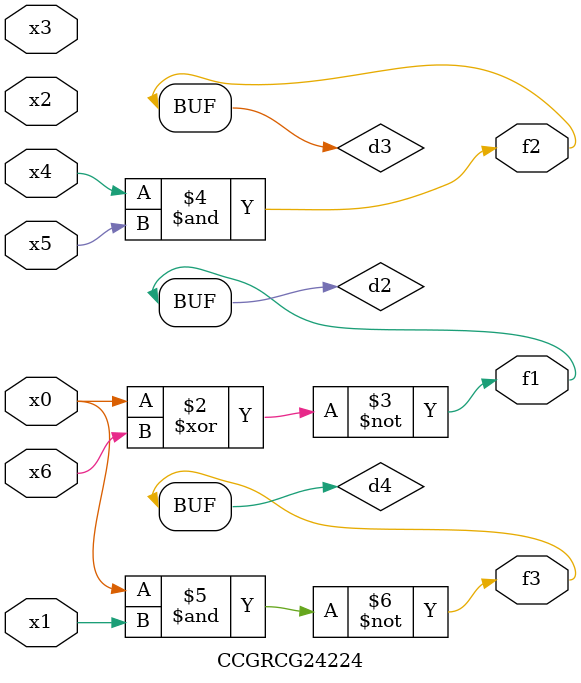
<source format=v>
module CCGRCG24224(
	input x0, x1, x2, x3, x4, x5, x6,
	output f1, f2, f3
);

	wire d1, d2, d3, d4;

	nor (d1, x0);
	xnor (d2, x0, x6);
	and (d3, x4, x5);
	nand (d4, x0, x1);
	assign f1 = d2;
	assign f2 = d3;
	assign f3 = d4;
endmodule

</source>
